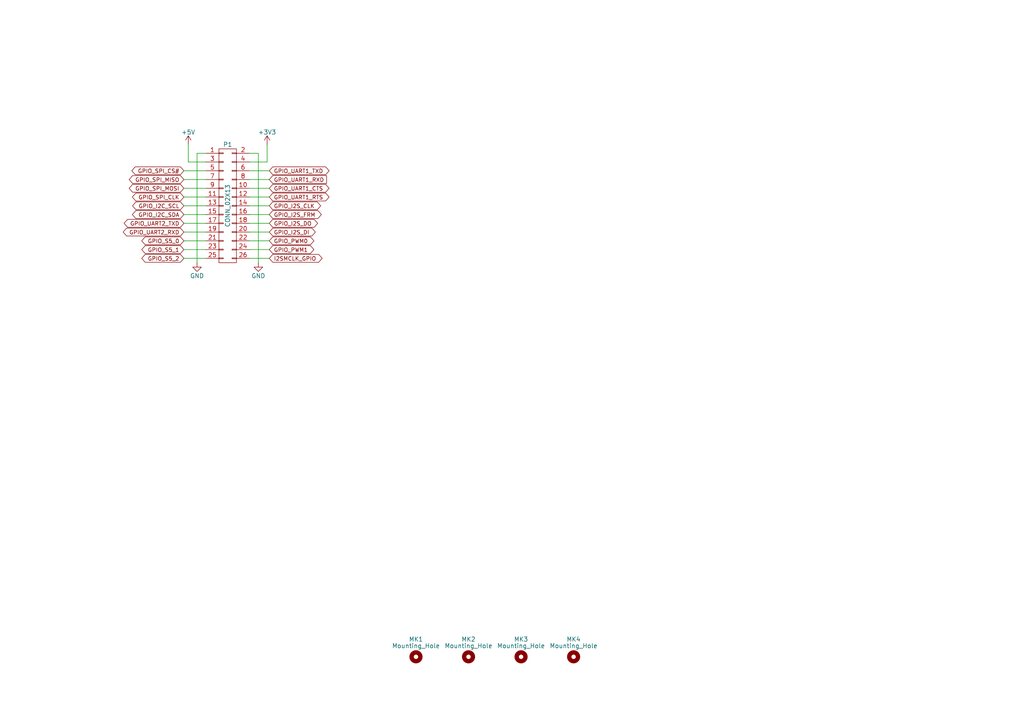
<source format=kicad_sch>
(kicad_sch (version 20230121) (generator eeschema)
  (paper "A4")
  (lib_symbols
    (symbol "minnowboard-ls-lure-rescue:+3.3V" (power) (pin_names (offset 0))
      (property "Value" "+3.3V" (at 0 3.556 0))
      (symbol "+3.3V_0_1"
        (polyline (pts (xy -0.762 1.27) (xy 0 2.54)))
        (polyline (pts (xy 0 0) (xy 0 2.54)))
        (polyline (pts (xy 0 2.54) (xy 0.762 1.27)))
      )
      (symbol "+3.3V_1_1"
        (pin power_in line (at 0 0 90) (length 0) hide (name "+3V3") (number "1"))
      )
    )
    (symbol "minnowboard-ls-lure-rescue:+5V" (power) (pin_names (offset 0))
      (property "Value" "+5V" (at 0 3.556 0))
      (symbol "+5V_0_1"
        (polyline (pts (xy -0.762 1.27) (xy 0 2.54)))
        (polyline (pts (xy 0 0) (xy 0 2.54)))
        (polyline (pts (xy 0 2.54) (xy 0.762 1.27)))
      )
      (symbol "+5V_1_1"
        (pin power_in line (at 0 0 90) (length 0) hide (name "+5V") (number "1"))
      )
    )
    (symbol "minnowboard-ls-lure-rescue:CONN_02X13" (pin_names (offset 0.0254) hide)
      (property "Reference" "P" (at 0 17.78 0))
      (property "Value" "CONN_02X13" (at 0 0 90))
      (symbol "CONN_02X13_0_1"
        (rectangle (start -2.54 -15.113) (end -1.27 -15.367))
        (rectangle (start -2.54 -12.573) (end -1.27 -12.827))
        (rectangle (start -2.54 -10.033) (end -1.27 -10.287))
        (rectangle (start -2.54 -7.493) (end -1.27 -7.747))
        (rectangle (start -2.54 -4.953) (end -1.27 -5.207))
        (rectangle (start -2.54 -2.413) (end -1.27 -2.667))
        (rectangle (start -2.54 0.127) (end -1.27 -0.127))
        (rectangle (start -2.54 2.667) (end -1.27 2.413))
        (rectangle (start -2.54 5.207) (end -1.27 4.953))
        (rectangle (start -2.54 7.747) (end -1.27 7.493))
        (rectangle (start -2.54 10.287) (end -1.27 10.033))
        (rectangle (start -2.54 12.827) (end -1.27 12.573))
        (rectangle (start -2.54 15.367) (end -1.27 15.113))
        (rectangle (start -2.54 16.51) (end 2.54 -16.51))
        (rectangle (start 1.27 -15.113) (end 2.54 -15.367))
        (rectangle (start 1.27 -12.573) (end 2.54 -12.827))
        (rectangle (start 1.27 -10.033) (end 2.54 -10.287))
        (rectangle (start 1.27 -7.493) (end 2.54 -7.747))
        (rectangle (start 1.27 -4.953) (end 2.54 -5.207))
        (rectangle (start 1.27 -2.413) (end 2.54 -2.667))
        (rectangle (start 1.27 0.127) (end 2.54 -0.127))
        (rectangle (start 1.27 2.667) (end 2.54 2.413))
        (rectangle (start 1.27 5.207) (end 2.54 4.953))
        (rectangle (start 1.27 7.747) (end 2.54 7.493))
        (rectangle (start 1.27 10.287) (end 2.54 10.033))
        (rectangle (start 1.27 12.827) (end 2.54 12.573))
        (rectangle (start 1.27 15.367) (end 2.54 15.113))
      )
      (symbol "CONN_02X13_1_1"
        (pin passive line (at -6.35 15.24 0) (length 3.81) (name "P1") (number "1"))
        (pin passive line (at 6.35 5.08 180) (length 3.81) (name "P10") (number "10"))
        (pin passive line (at -6.35 2.54 0) (length 3.81) (name "P11") (number "11"))
        (pin passive line (at 6.35 2.54 180) (length 3.81) (name "P12") (number "12"))
        (pin passive line (at -6.35 0 0) (length 3.81) (name "P13") (number "13"))
        (pin passive line (at 6.35 0 180) (length 3.81) (name "P14") (number "14"))
        (pin passive line (at -6.35 -2.54 0) (length 3.81) (name "P15") (number "15"))
        (pin passive line (at 6.35 -2.54 180) (length 3.81) (name "P16") (number "16"))
        (pin passive line (at -6.35 -5.08 0) (length 3.81) (name "P17") (number "17"))
        (pin passive line (at 6.35 -5.08 180) (length 3.81) (name "P18") (number "18"))
        (pin passive line (at -6.35 -7.62 0) (length 3.81) (name "P19") (number "19"))
        (pin passive line (at 6.35 15.24 180) (length 3.81) (name "P2") (number "2"))
        (pin passive line (at 6.35 -7.62 180) (length 3.81) (name "P20") (number "20"))
        (pin passive line (at -6.35 -10.16 0) (length 3.81) (name "P21") (number "21"))
        (pin passive line (at 6.35 -10.16 180) (length 3.81) (name "P22") (number "22"))
        (pin passive line (at -6.35 -12.7 0) (length 3.81) (name "P23") (number "23"))
        (pin passive line (at 6.35 -12.7 180) (length 3.81) (name "P24") (number "24"))
        (pin passive line (at -6.35 -15.24 0) (length 3.81) (name "P25") (number "25"))
        (pin passive line (at 6.35 -15.24 180) (length 3.81) (name "P26") (number "26"))
        (pin passive line (at -6.35 12.7 0) (length 3.81) (name "P3") (number "3"))
        (pin passive line (at 6.35 12.7 180) (length 3.81) (name "P4") (number "4"))
        (pin passive line (at -6.35 10.16 0) (length 3.81) (name "P5") (number "5"))
        (pin passive line (at 6.35 10.16 180) (length 3.81) (name "P6") (number "6"))
        (pin passive line (at -6.35 7.62 0) (length 3.81) (name "P7") (number "7"))
        (pin passive line (at 6.35 7.62 180) (length 3.81) (name "P8") (number "8"))
        (pin passive line (at -6.35 5.08 0) (length 3.81) (name "P9") (number "9"))
      )
    )
    (symbol "minnowboard-ls-lure-rescue:GND" (power) (pin_names (offset 0))
      (property "Value" "GND" (at 0 -3.81 0))
      (symbol "GND_0_1"
        (polyline (pts (xy 0 0) (xy 0 -1.27) (xy 1.27 -1.27) (xy 0 -2.54) (xy -1.27 -1.27) (xy 0 -1.27)))
      )
      (symbol "GND_1_1"
        (pin power_in line (at 0 0 270) (length 0) hide (name "GND") (number "1"))
      )
    )
    (symbol "minnowboard-ls-lure-rescue:Mounting_Hole" (pin_names (offset 1.016))
      (property "Reference" "MK" (at 0 5.08 0))
      (property "Value" "Mounting_Hole" (at 0 3.175 0))
      (symbol "Mounting_Hole_0_1"
        (circle (center 0 0) (radius 1.27) (stroke (width 1.27)))
      )
    )
  )
  (wire (pts (xy 53.34 72.39) (xy 59.69 72.39)))
  (wire (pts (xy 74.93 44.45) (xy 74.93 76.2)))
  (wire (pts (xy 54.61 46.99) (xy 59.69 46.99)))
  (wire (pts (xy 54.61 41.91) (xy 54.61 46.99)))
  (wire (pts (xy 72.39 57.15) (xy 78.105 57.15)))
  (wire (pts (xy 72.39 62.23) (xy 78.105 62.23)))
  (wire (pts (xy 57.15 44.45) (xy 57.15 76.2)))
  (wire (pts (xy 77.47 46.99) (xy 77.47 41.91)))
  (wire (pts (xy 53.34 57.15) (xy 59.69 57.15)))
  (wire (pts (xy 53.34 67.31) (xy 59.69 67.31)))
  (wire (pts (xy 59.69 44.45) (xy 57.15 44.45)))
  (wire (pts (xy 53.34 49.53) (xy 59.69 49.53)))
  (wire (pts (xy 53.34 52.07) (xy 59.69 52.07)))
  (wire (pts (xy 72.39 74.93) (xy 78.105 74.93)))
  (wire (pts (xy 72.39 44.45) (xy 74.93 44.45)))
  (wire (pts (xy 72.39 67.31) (xy 78.105 67.31)))
  (wire (pts (xy 53.34 54.61) (xy 59.69 54.61)))
  (wire (pts (xy 72.39 49.53) (xy 78.105 49.53)))
  (wire (pts (xy 72.39 54.61) (xy 78.105 54.61)))
  (wire (pts (xy 72.39 72.39) (xy 78.105 72.39)))
  (wire (pts (xy 72.39 46.99) (xy 77.47 46.99)))
  (wire (pts (xy 72.39 64.77) (xy 78.105 64.77)))
  (wire (pts (xy 53.34 69.85) (xy 59.69 69.85)))
  (wire (pts (xy 53.34 74.93) (xy 59.69 74.93)))
  (wire (pts (xy 53.34 59.69) (xy 59.69 59.69)))
  (wire (pts (xy 53.34 64.77) (xy 59.69 64.77)))
  (wire (pts (xy 72.39 69.85) (xy 78.105 69.85)))
  (wire (pts (xy 53.34 62.23) (xy 59.69 62.23)))
  (wire (pts (xy 72.39 52.07) (xy 78.105 52.07)))
  (wire (pts (xy 72.39 59.69) (xy 78.105 59.69)))
  (global_label "GPIO_S5_0" (shape bidirectional) (at 53.34 69.85 180) (effects (font (size 1.143 1.143))) (property "Intersheetrefs" "${INTERSHEET_REFS}" (effects hide)))
  (global_label "GPIO_I2S_DO" (shape bidirectional) (at 78.105 64.77 0) (effects (font (size 1.143 1.143))) (property "Intersheetrefs" "${INTERSHEET_REFS}" (effects hide)))
  (global_label "GPIO_UART2_TXD" (shape bidirectional) (at 53.34 64.77 180) (effects (font (size 1.143 1.143))) (property "Intersheetrefs" "${INTERSHEET_REFS}" (effects hide)))
  (global_label "GPIO_I2S_FRM" (shape bidirectional) (at 78.105 62.23 0) (effects (font (size 1.143 1.143))) (property "Intersheetrefs" "${INTERSHEET_REFS}" (effects hide)))
  (global_label "GPIO_UART1_RTS" (shape bidirectional) (at 78.105 57.15 0) (effects (font (size 1.143 1.143))) (property "Intersheetrefs" "${INTERSHEET_REFS}" (effects hide)))
  (global_label "GPIO_SPI_CLK" (shape bidirectional) (at 53.34 57.15 180) (effects (font (size 1.143 1.143))) (property "Intersheetrefs" "${INTERSHEET_REFS}" (effects hide)))
  (global_label "GPIO_UART1_CTS" (shape bidirectional) (at 78.105 54.61 0) (effects (font (size 1.143 1.143))) (property "Intersheetrefs" "${INTERSHEET_REFS}" (effects hide)))
  (global_label "GPIO_I2S_CLK" (shape bidirectional) (at 78.105 59.69 0) (effects (font (size 1.143 1.143))) (property "Intersheetrefs" "${INTERSHEET_REFS}" (effects hide)))
  (global_label "GPIO_PWM1" (shape bidirectional) (at 78.105 72.39 0) (effects (font (size 1.143 1.143))) (property "Intersheetrefs" "${INTERSHEET_REFS}" (effects hide)))
  (global_label "GPIO_I2C_SDA" (shape bidirectional) (at 53.34 62.23 180) (effects (font (size 1.143 1.143))) (property "Intersheetrefs" "${INTERSHEET_REFS}" (effects hide)))
  (global_label "GPIO_SPI_MISO" (shape bidirectional) (at 53.34 52.07 180) (effects (font (size 1.143 1.143))) (property "Intersheetrefs" "${INTERSHEET_REFS}" (effects hide)))
  (global_label "GPIO_I2C_SCL" (shape bidirectional) (at 53.34 59.69 180) (effects (font (size 1.143 1.143))) (property "Intersheetrefs" "${INTERSHEET_REFS}" (effects hide)))
  (global_label "GPIO_S5_2" (shape bidirectional) (at 53.34 74.93 180) (effects (font (size 1.143 1.143))) (property "Intersheetrefs" "${INTERSHEET_REFS}" (effects hide)))
  (global_label "GPIO_S5_1" (shape bidirectional) (at 53.34 72.39 180) (effects (font (size 1.143 1.143))) (property "Intersheetrefs" "${INTERSHEET_REFS}" (effects hide)))
  (global_label "GPIO_SPI_MOSI" (shape bidirectional) (at 53.34 54.61 180) (effects (font (size 1.143 1.143))) (property "Intersheetrefs" "${INTERSHEET_REFS}" (effects hide)))
  (global_label "GPIO_PWM0" (shape bidirectional) (at 78.105 69.85 0) (effects (font (size 1.143 1.143))) (property "Intersheetrefs" "${INTERSHEET_REFS}" (effects hide)))
  (global_label "GPIO_I2S_DI" (shape bidirectional) (at 78.105 67.31 0) (effects (font (size 1.143 1.143))) (property "Intersheetrefs" "${INTERSHEET_REFS}" (effects hide)))
  (global_label "I2SMCLK_GPIO" (shape bidirectional) (at 78.105 74.93 0) (effects (font (size 1.143 1.143))) (property "Intersheetrefs" "${INTERSHEET_REFS}" (effects hide)))
  (global_label "GPIO_UART1_TXD" (shape bidirectional) (at 78.105 49.53 0) (effects (font (size 1.143 1.143))) (property "Intersheetrefs" "${INTERSHEET_REFS}" (effects hide)))
  (global_label "GPIO_SPI_CS#" (shape bidirectional) (at 53.34 49.53 180) (effects (font (size 1.143 1.143))) (property "Intersheetrefs" "${INTERSHEET_REFS}" (effects hide)))
  (global_label "GPIO_UART1_RXD" (shape input) (at 78.105 52.07 0) (effects (font (size 1.143 1.143))) (property "Intersheetrefs" "${INTERSHEET_REFS}" (effects hide)))
  (global_label "GPIO_UART2_RXD" (shape bidirectional) (at 53.34 67.31 180) (effects (font (size 1.143 1.143))) (property "Intersheetrefs" "${INTERSHEET_REFS}" (effects hide)))
  (symbol (lib_id "minnowboard-ls-lure-rescue:CONN_02X13") (at 66.04 59.69 0) (unit 1)
    (property "Reference" "P1" (at 66.04 41.91 0))
    (property "Value" "CONN_02X13" (at 66.04 59.69 90))
    (property "Footprint" "Pin_Headers:Pin_Header_Straight_2x13" (effects hide))
  )
  (symbol (lib_id "minnowboard-ls-lure-rescue:GND") (at 74.93 76.2 0) (unit 1)
    (property "Reference" "#PWR3" (effects hide))
    (property "Value" "GND" (at 74.93 80.01 0))
  )
  (symbol (lib_id "minnowboard-ls-lure-rescue:GND") (at 57.15 76.2 0) (unit 1)
    (property "Reference" "#PWR2" (effects hide))
    (property "Value" "GND" (at 57.15 80.01 0))
  )
  (symbol (lib_id "minnowboard-ls-lure-rescue:+3.3V") (at 77.47 41.91 0) (unit 1)
    (property "Reference" "#PWR4" (effects hide))
    (property "Value" "+3.3V" (at 77.47 38.354 0))
  )
  (symbol (lib_id "minnowboard-ls-lure-rescue:+5V") (at 54.61 41.91 0) (unit 1)
    (property "Reference" "#PWR1" (effects hide))
    (property "Value" "+5V" (at 54.61 38.354 0))
  )
  (symbol (lib_id "minnowboard-ls-lure-rescue:Mounting_Hole") (at 135.89 190.5 0) (unit 1)
    (property "Reference" "MK2" (at 135.89 185.42 0))
    (property "Value" "Mounting_Hole" (at 135.89 187.325 0))
    (property "Footprint" "Mounting_Holes:MountingHole_3-5mm" (effects hide))
  )
  (symbol (lib_id "minnowboard-ls-lure-rescue:Mounting_Hole") (at 120.65 190.5 0) (unit 1)
    (property "Reference" "MK1" (at 120.65 185.42 0))
    (property "Value" "Mounting_Hole" (at 120.65 187.325 0))
    (property "Footprint" "Mounting_Holes:MountingHole_3-5mm" (effects hide))
  )
  (symbol (lib_id "minnowboard-ls-lure-rescue:Mounting_Hole") (at 151.13 190.5 0) (unit 1)
    (property "Reference" "MK3" (at 151.13 185.42 0))
    (property "Value" "Mounting_Hole" (at 151.13 187.325 0))
    (property "Footprint" "Mounting_Holes:MountingHole_3-5mm" (effects hide))
  )
  (symbol (lib_id "minnowboard-ls-lure-rescue:Mounting_Hole") (at 166.37 190.5 0) (unit 1)
    (property "Reference" "MK4" (at 166.37 185.42 0))
    (property "Value" "Mounting_Hole" (at 166.37 187.325 0))
    (property "Footprint" "Mounting_Holes:MountingHole_3-5mm" (effects hide))
  )
)
</source>
